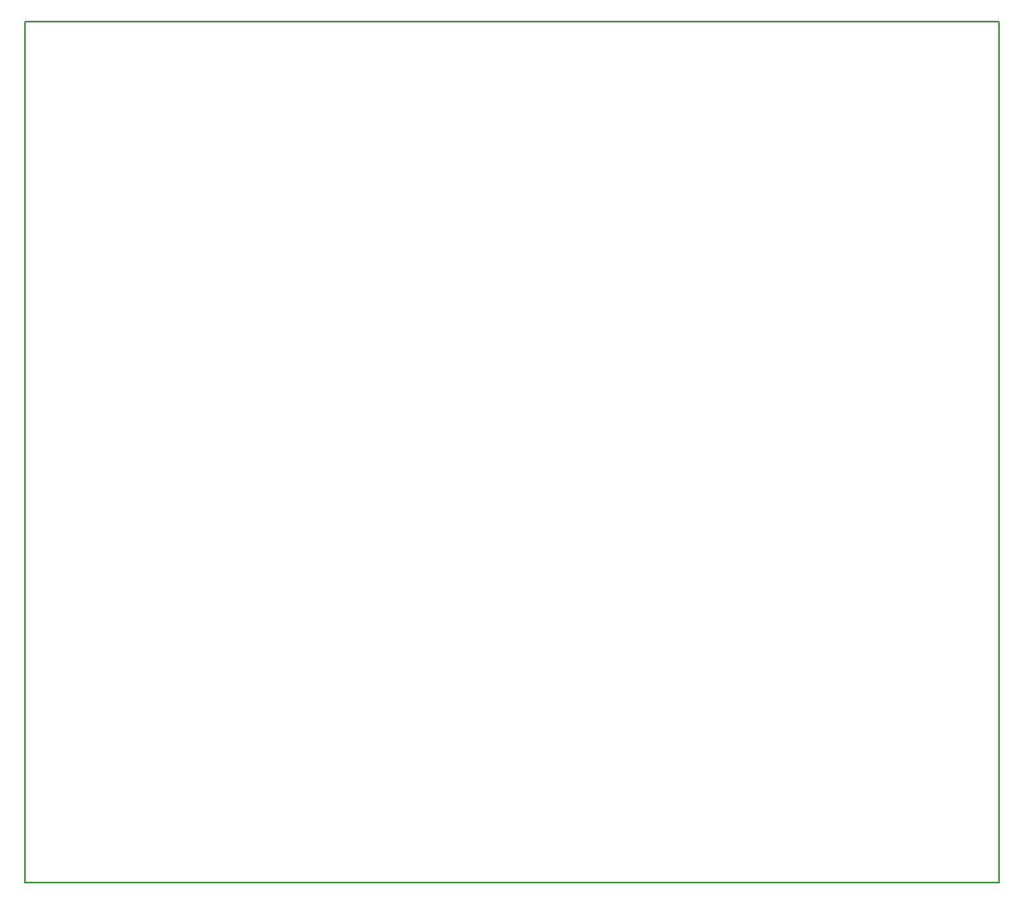
<source format=gbr>
G04 #@! TF.GenerationSoftware,KiCad,Pcbnew,5.0.0-rc2-be01b52~65~ubuntu18.04.1*
G04 #@! TF.CreationDate,2018-06-09T19:25:23+04:00*
G04 #@! TF.ProjectId,plusd,706C7573642E6B696361645F70636200,rev?*
G04 #@! TF.SameCoordinates,Original*
G04 #@! TF.FileFunction,Profile,NP*
%FSLAX46Y46*%
G04 Gerber Fmt 4.6, Leading zero omitted, Abs format (unit mm)*
G04 Created by KiCad (PCBNEW 5.0.0-rc2-be01b52~65~ubuntu18.04.1) date Sat Jun  9 19:25:23 2018*
%MOMM*%
%LPD*%
G01*
G04 APERTURE LIST*
%ADD10C,0.150000*%
G04 APERTURE END LIST*
D10*
X35560000Y-124460000D02*
X134620000Y-124460000D01*
X35560000Y-36830000D02*
X35560000Y-124460000D01*
X134620000Y-36830000D02*
X35560000Y-36830000D01*
X134620000Y-124460000D02*
X134620000Y-36830000D01*
M02*

</source>
